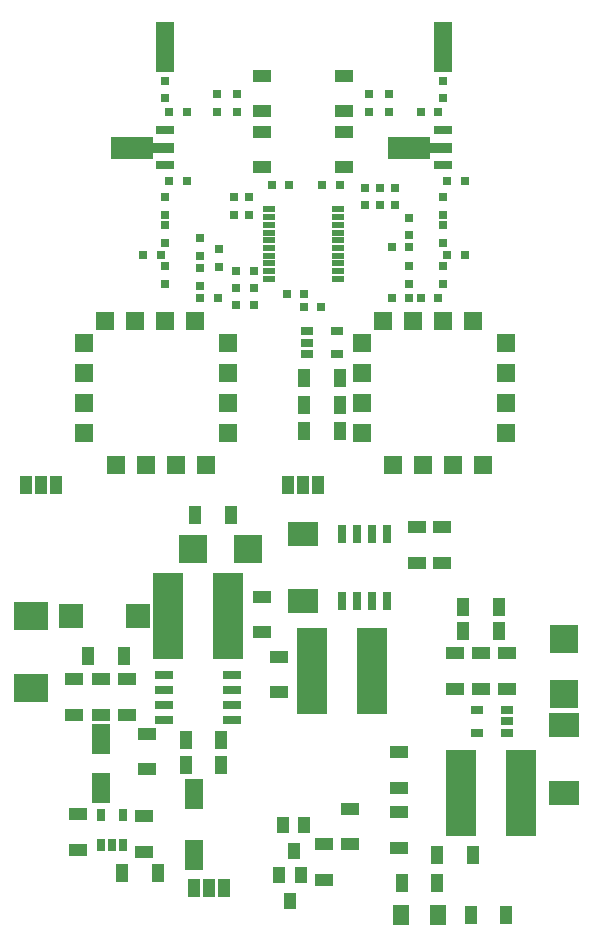
<source format=gtp>
G75*
G70*
%OFA0B0*%
%FSLAX24Y24*%
%IPPOS*%
%LPD*%
%AMOC8*
5,1,8,0,0,1.08239X$1,22.5*
%
%ADD10R,0.0591X0.0984*%
%ADD11R,0.0394X0.0630*%
%ADD12R,0.0630X0.0394*%
%ADD13R,0.0276X0.0433*%
%ADD14R,0.0433X0.0276*%
%ADD15R,0.0984X0.0787*%
%ADD16R,0.0940X0.0940*%
%ADD17R,0.1043X0.2874*%
%ADD18R,0.0787X0.0827*%
%ADD19R,0.0630X0.0256*%
%ADD20R,0.1140X0.0940*%
%ADD21R,0.0256X0.0630*%
%ADD22R,0.0518X0.0661*%
%ADD23R,0.0600X0.0600*%
%ADD24R,0.0441X0.0630*%
%ADD25R,0.0315X0.0315*%
%ADD26R,0.1400X0.0750*%
%ADD27R,0.0728X0.0380*%
%ADD28R,0.0600X0.0280*%
%ADD29R,0.0600X0.1650*%
%ADD30R,0.0394X0.0551*%
%ADD31R,0.0394X0.0197*%
D10*
X004379Y005832D03*
X004379Y007488D03*
X007504Y005650D03*
X007504Y003608D03*
D11*
X006282Y003004D03*
X005101Y003004D03*
X007226Y006629D03*
X007226Y007441D03*
X008407Y007441D03*
X008407Y006629D03*
X005157Y010254D03*
X003976Y010254D03*
X007539Y014941D03*
X008720Y014941D03*
X011163Y017754D03*
X011163Y018629D03*
X011163Y019504D03*
X012344Y019504D03*
X012344Y018629D03*
X012344Y017754D03*
X016476Y011879D03*
X016476Y011067D03*
X017657Y011067D03*
X017657Y011879D03*
X016782Y003629D03*
X015601Y003629D03*
X015594Y002691D03*
X014413Y002691D03*
X016726Y001629D03*
X017907Y001629D03*
D12*
X003629Y003788D03*
X003629Y004969D03*
X005817Y004907D03*
X005817Y003726D03*
X005941Y006476D03*
X005941Y007657D03*
X005254Y008288D03*
X004379Y008288D03*
X003504Y008288D03*
X003504Y009469D03*
X004379Y009469D03*
X005254Y009469D03*
X009754Y011038D03*
X010317Y010219D03*
X010317Y009038D03*
X009754Y012219D03*
X014317Y007032D03*
X014317Y005851D03*
X014317Y005032D03*
X014317Y003851D03*
X012691Y003976D03*
X012691Y005157D03*
X011817Y003969D03*
X011817Y002788D03*
X016191Y009163D03*
X016191Y010344D03*
X017067Y010344D03*
X017067Y009163D03*
X017941Y009163D03*
X017941Y010344D03*
X015754Y013351D03*
X015754Y014532D03*
X014941Y014532D03*
X014941Y013351D03*
X012504Y026539D03*
X012504Y027720D03*
X012504Y028413D03*
X012504Y029594D03*
X009754Y029594D03*
X009754Y028413D03*
X009754Y027720D03*
X009754Y026539D03*
D13*
X005129Y004941D03*
X004378Y004941D03*
X004379Y003941D03*
X004754Y003941D03*
X005128Y003941D03*
D14*
X011254Y020317D03*
X011254Y020692D03*
X011254Y021067D03*
X012254Y021067D03*
X012254Y020317D03*
X016941Y008441D03*
X016941Y007691D03*
X017941Y007691D03*
X017941Y008066D03*
X017941Y008441D03*
D15*
X019817Y007942D03*
X019817Y005692D03*
X011129Y012067D03*
X011129Y014317D03*
D16*
X009289Y013817D03*
X007459Y013817D03*
X019817Y010799D03*
X019817Y008969D03*
D17*
X018379Y005691D03*
X016379Y005691D03*
X013441Y009754D03*
X011441Y009754D03*
X008629Y011567D03*
X006629Y011567D03*
D18*
X005628Y011567D03*
X003378Y011567D03*
D19*
X006504Y009629D03*
X006504Y009129D03*
X006504Y008629D03*
X006504Y008129D03*
X008754Y008129D03*
X008754Y008629D03*
X008754Y009129D03*
X008754Y009629D03*
D20*
X002067Y009179D03*
X002067Y011579D03*
D21*
X012441Y012067D03*
X012941Y012067D03*
X013441Y012067D03*
X013941Y012067D03*
X013941Y014317D03*
X013441Y014317D03*
X012941Y014317D03*
X012441Y014317D03*
D22*
X014387Y001629D03*
X015621Y001629D03*
D23*
X015129Y016629D03*
X016129Y016629D03*
X017129Y016629D03*
X017879Y017679D03*
X017879Y018679D03*
X017879Y019679D03*
X017879Y020679D03*
X016779Y021429D03*
X015779Y021429D03*
X014779Y021429D03*
X013779Y021429D03*
X013079Y020679D03*
X013079Y019679D03*
X013079Y018679D03*
X013079Y017679D03*
X014129Y016629D03*
X008629Y017679D03*
X008629Y018679D03*
X008629Y019679D03*
X008629Y020679D03*
X007529Y021429D03*
X006529Y021429D03*
X005529Y021429D03*
X004529Y021429D03*
X003829Y020679D03*
X003829Y019679D03*
X003829Y018679D03*
X003829Y017679D03*
X004879Y016629D03*
X005879Y016629D03*
X006879Y016629D03*
X007879Y016629D03*
D24*
X010629Y015941D03*
X011129Y015941D03*
X011629Y015941D03*
X002879Y015941D03*
X002379Y015941D03*
X001879Y015941D03*
X007504Y002504D03*
X008004Y002504D03*
X008504Y002504D03*
D25*
X008896Y021941D03*
X008896Y022504D03*
X008896Y023067D03*
X009487Y023067D03*
X009487Y022504D03*
X009487Y021941D03*
X010583Y022317D03*
X011174Y022317D03*
X011146Y021879D03*
X011737Y021879D03*
X014083Y022191D03*
X014674Y022191D03*
X015044Y022191D03*
X014673Y022646D03*
X014673Y023237D03*
X014674Y023879D03*
X014673Y024271D03*
X014673Y024862D03*
X014191Y025271D03*
X014191Y025862D03*
X013691Y025862D03*
X013691Y025271D03*
X013191Y025271D03*
X013191Y025862D03*
X012362Y025941D03*
X011771Y025941D03*
X010674Y025941D03*
X010083Y025941D03*
X009317Y025549D03*
X009317Y024959D03*
X008817Y024959D03*
X008817Y025549D03*
X007709Y024174D03*
X007709Y023583D03*
X007709Y023174D03*
X007709Y022583D03*
X007709Y022191D03*
X008299Y022191D03*
X008317Y023209D03*
X008317Y023799D03*
X006529Y024021D03*
X006386Y023629D03*
X006529Y023237D03*
X006529Y022646D03*
X005795Y023629D03*
X006529Y024612D03*
X006529Y024959D03*
X006529Y025549D03*
X006669Y026067D03*
X007260Y026067D03*
X007258Y028379D03*
X006667Y028379D03*
X006529Y028834D03*
X006529Y029424D03*
X008254Y028987D03*
X008254Y028396D03*
X008941Y028396D03*
X008941Y028987D03*
X013317Y028987D03*
X013317Y028396D03*
X014004Y028396D03*
X014004Y028987D03*
X015044Y028379D03*
X015635Y028379D03*
X015779Y028834D03*
X015779Y029424D03*
X015921Y026067D03*
X015779Y025549D03*
X015779Y024959D03*
X015779Y024612D03*
X015779Y024021D03*
X015921Y023629D03*
X015779Y023237D03*
X015779Y022646D03*
X015635Y022191D03*
X016512Y023629D03*
X016512Y026067D03*
X014083Y023879D03*
D26*
X014663Y027191D03*
X005413Y027191D03*
D27*
X006465Y027191D03*
X015715Y027191D03*
D28*
X015779Y026601D03*
X015779Y027782D03*
X006529Y027782D03*
X006529Y026601D03*
D29*
X006529Y030541D03*
X015779Y030541D03*
D30*
X011171Y004629D03*
X010462Y004629D03*
X010817Y003763D03*
X011046Y002941D03*
X010691Y002075D03*
X010337Y002941D03*
D31*
X010004Y022827D03*
X010004Y023083D03*
X010004Y023339D03*
X010004Y023594D03*
X010004Y023850D03*
X010004Y024106D03*
X010004Y024362D03*
X010004Y024618D03*
X010004Y024874D03*
X010004Y025130D03*
X012287Y025130D03*
X012287Y024874D03*
X012287Y024618D03*
X012287Y024362D03*
X012287Y024106D03*
X012287Y023850D03*
X012287Y023594D03*
X012287Y023339D03*
X012287Y023083D03*
X012287Y022827D03*
M02*

</source>
